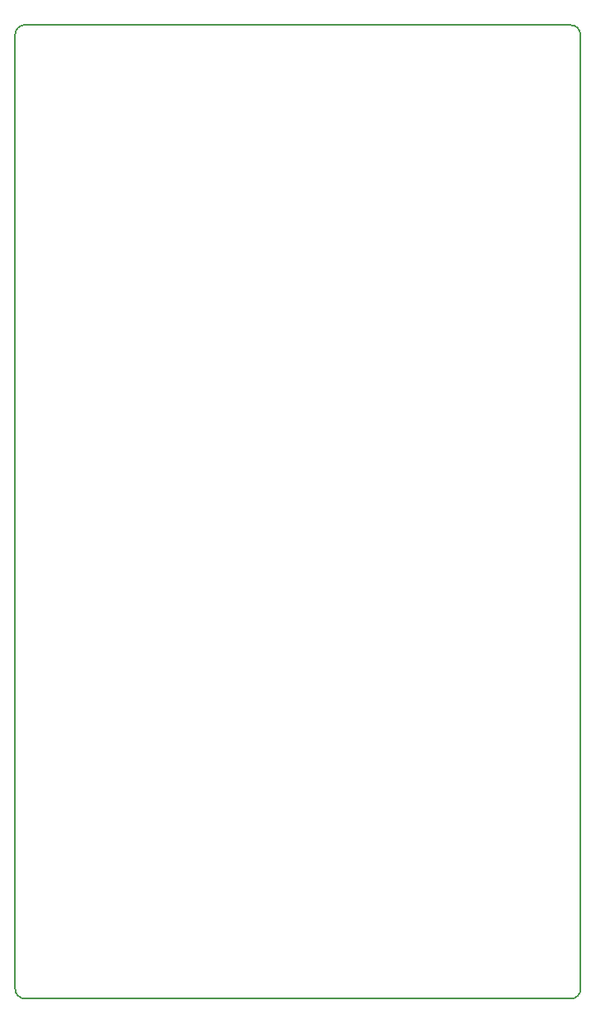
<source format=gbr>
%TF.GenerationSoftware,KiCad,Pcbnew,9.0.0*%
%TF.CreationDate,2025-03-08T15:00:36-07:00*%
%TF.ProjectId,Senior Capstone,53656e69-6f72-4204-9361-7073746f6e65,rev?*%
%TF.SameCoordinates,Original*%
%TF.FileFunction,Profile,NP*%
%FSLAX46Y46*%
G04 Gerber Fmt 4.6, Leading zero omitted, Abs format (unit mm)*
G04 Created by KiCad (PCBNEW 9.0.0) date 2025-03-08 15:00:36*
%MOMM*%
%LPD*%
G01*
G04 APERTURE LIST*
%TA.AperFunction,Profile*%
%ADD10C,0.200000*%
%TD*%
G04 APERTURE END LIST*
D10*
X98650000Y-134600000D02*
X42650000Y-134600000D01*
X42650000Y-134600000D02*
G75*
G02*
X41650000Y-133600000I0J1000000D01*
G01*
X42650000Y-34850000D02*
X98650000Y-34873399D01*
X99625000Y-35850000D02*
X99650000Y-133600000D01*
X99650000Y-133600000D02*
G75*
G02*
X98650000Y-134600000I-1000000J0D01*
G01*
X41650000Y-133600000D02*
X41650000Y-35850000D01*
X41650000Y-35850000D02*
G75*
G02*
X42650000Y-34850000I1000000J0D01*
G01*
X98650000Y-34875000D02*
G75*
G02*
X99623400Y-35848399I0J-973400D01*
G01*
M02*

</source>
